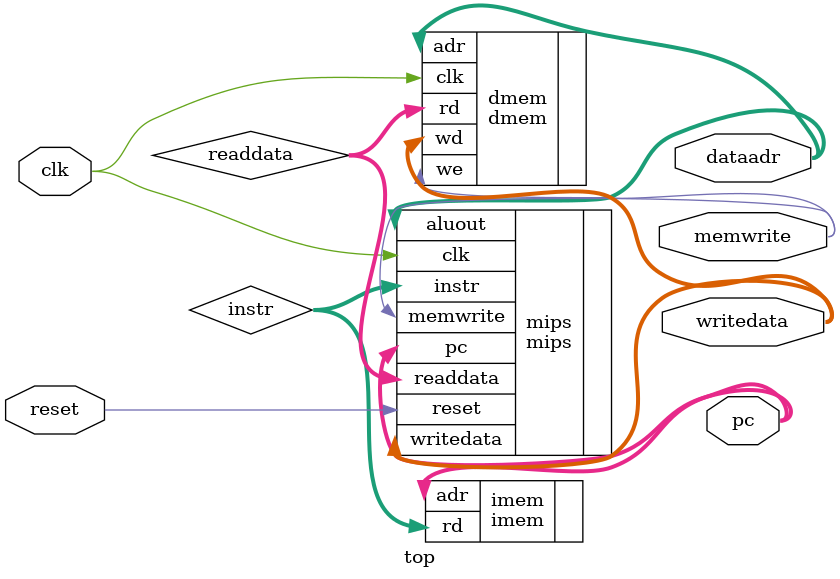
<source format=sv>

module top(input logic         clk, reset, 
           output logic [31:0] writedata, dataadr, pc, //pc pooped
           output logic        memwrite
           //output logic [5:0] opcode_d //pooped from mips
         //.memwrite_d,.memtoreg_d, .alusrc_d, .regdst_d, .regwrite_d, .jump_d, .pcsrc_d, pooped
           );

   logic [31:0]                pc, instr, readdata;
  
  // instantiate processor and memories                                                       
  mips mips(.clk, .reset, .pc, .instr, .memwrite, .aluout(dataadr), .writedata, .readdata
 //  .memwrite_d,.memtoreg_d, .alusrc_d, .regdst_d, .regwrite_d, .jump_d, .pcsrc_d, pooped
  
  ); // pooped .opcode_d
   
  imem imem(.adr(pc), .rd(instr));
   
  dmem dmem(.clk, .we(memwrite), .adr(dataadr), .wd(writedata), .rd(readdata));

endmodule

</source>
